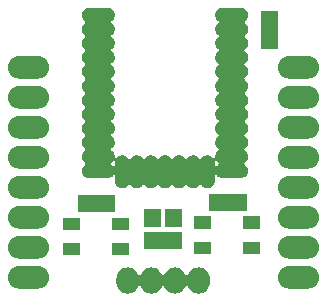
<source format=gts>
G04 #@! TF.GenerationSoftware,KiCad,Pcbnew,(5.1.0)-1*
G04 #@! TF.CreationDate,2019-05-23T22:12:48+09:00*
G04 #@! TF.ProjectId,ble5,626c6535-2e6b-4696-9361-645f70636258,v1.4*
G04 #@! TF.SameCoordinates,Original*
G04 #@! TF.FileFunction,Soldermask,Top*
G04 #@! TF.FilePolarity,Negative*
%FSLAX46Y46*%
G04 Gerber Fmt 4.6, Leading zero omitted, Abs format (unit mm)*
G04 Created by KiCad (PCBNEW (5.1.0)-1) date 2019-05-23 22:12:48*
%MOMM*%
%LPD*%
G04 APERTURE LIST*
%ADD10C,0.050000*%
G04 APERTURE END LIST*
D10*
G36*
X128888583Y-61413919D02*
G01*
X129069925Y-61468929D01*
X129237043Y-61558256D01*
X129383528Y-61678472D01*
X129503744Y-61824957D01*
X129593071Y-61992076D01*
X129648081Y-62173418D01*
X129662000Y-62314744D01*
X129662000Y-62685257D01*
X129648081Y-62826583D01*
X129593071Y-63007925D01*
X129503744Y-63175043D01*
X129383528Y-63321528D01*
X129237043Y-63441744D01*
X129069924Y-63531071D01*
X128888582Y-63586081D01*
X128700000Y-63604654D01*
X128511417Y-63586081D01*
X128330075Y-63531071D01*
X128162957Y-63441744D01*
X128016472Y-63321528D01*
X127896256Y-63175043D01*
X127810239Y-63014117D01*
X127796626Y-62993742D01*
X127779299Y-62976415D01*
X127758924Y-62962802D01*
X127736285Y-62953424D01*
X127712252Y-62948644D01*
X127687748Y-62948644D01*
X127663715Y-62953424D01*
X127641076Y-62962802D01*
X127620701Y-62976415D01*
X127603374Y-62993742D01*
X127589761Y-63014117D01*
X127503744Y-63175043D01*
X127383528Y-63321528D01*
X127237043Y-63441744D01*
X127069924Y-63531071D01*
X126888582Y-63586081D01*
X126700000Y-63604654D01*
X126511417Y-63586081D01*
X126330075Y-63531071D01*
X126162957Y-63441744D01*
X126016472Y-63321528D01*
X125896256Y-63175043D01*
X125810239Y-63014117D01*
X125796626Y-62993742D01*
X125779299Y-62976415D01*
X125758924Y-62962802D01*
X125736285Y-62953424D01*
X125712252Y-62948644D01*
X125687748Y-62948644D01*
X125663715Y-62953424D01*
X125641076Y-62962802D01*
X125620701Y-62976415D01*
X125603374Y-62993742D01*
X125589761Y-63014117D01*
X125503744Y-63175043D01*
X125383528Y-63321528D01*
X125237043Y-63441744D01*
X125069924Y-63531071D01*
X124888582Y-63586081D01*
X124700000Y-63604654D01*
X124511417Y-63586081D01*
X124330075Y-63531071D01*
X124162957Y-63441744D01*
X124016472Y-63321528D01*
X123896256Y-63175043D01*
X123810239Y-63014117D01*
X123796626Y-62993742D01*
X123779299Y-62976415D01*
X123758924Y-62962802D01*
X123736285Y-62953424D01*
X123712252Y-62948644D01*
X123687748Y-62948644D01*
X123663715Y-62953424D01*
X123641076Y-62962802D01*
X123620701Y-62976415D01*
X123603374Y-62993742D01*
X123589761Y-63014117D01*
X123503744Y-63175043D01*
X123383528Y-63321528D01*
X123237043Y-63441744D01*
X123069924Y-63531071D01*
X122888582Y-63586081D01*
X122700000Y-63604654D01*
X122511417Y-63586081D01*
X122330075Y-63531071D01*
X122162957Y-63441744D01*
X122016472Y-63321528D01*
X121896256Y-63175043D01*
X121806929Y-63007924D01*
X121751919Y-62826582D01*
X121738000Y-62685256D01*
X121738000Y-62314743D01*
X121751919Y-62173417D01*
X121806929Y-61992075D01*
X121896256Y-61824957D01*
X121917814Y-61798689D01*
X122016473Y-61678472D01*
X122162957Y-61558257D01*
X122162956Y-61558257D01*
X122162958Y-61558256D01*
X122330076Y-61468929D01*
X122511418Y-61413919D01*
X122700000Y-61395346D01*
X122888583Y-61413919D01*
X123069925Y-61468929D01*
X123237043Y-61558256D01*
X123383528Y-61678472D01*
X123503744Y-61824957D01*
X123589761Y-61985883D01*
X123603374Y-62006258D01*
X123620701Y-62023585D01*
X123641076Y-62037198D01*
X123663715Y-62046576D01*
X123687748Y-62051356D01*
X123712252Y-62051356D01*
X123736285Y-62046576D01*
X123758924Y-62037198D01*
X123779299Y-62023585D01*
X123796626Y-62006258D01*
X123810239Y-61985883D01*
X123896256Y-61824957D01*
X123917814Y-61798689D01*
X124016473Y-61678472D01*
X124162957Y-61558257D01*
X124162956Y-61558257D01*
X124162958Y-61558256D01*
X124330076Y-61468929D01*
X124511418Y-61413919D01*
X124700000Y-61395346D01*
X124888583Y-61413919D01*
X125069925Y-61468929D01*
X125237043Y-61558256D01*
X125383528Y-61678472D01*
X125503744Y-61824957D01*
X125589761Y-61985883D01*
X125603374Y-62006258D01*
X125620701Y-62023585D01*
X125641076Y-62037198D01*
X125663715Y-62046576D01*
X125687748Y-62051356D01*
X125712252Y-62051356D01*
X125736285Y-62046576D01*
X125758924Y-62037198D01*
X125779299Y-62023585D01*
X125796626Y-62006258D01*
X125810239Y-61985883D01*
X125896256Y-61824957D01*
X125917814Y-61798689D01*
X126016473Y-61678472D01*
X126162957Y-61558257D01*
X126162956Y-61558257D01*
X126162958Y-61558256D01*
X126330076Y-61468929D01*
X126511418Y-61413919D01*
X126700000Y-61395346D01*
X126888583Y-61413919D01*
X127069925Y-61468929D01*
X127237043Y-61558256D01*
X127383528Y-61678472D01*
X127503744Y-61824957D01*
X127589761Y-61985883D01*
X127603374Y-62006258D01*
X127620701Y-62023585D01*
X127641076Y-62037198D01*
X127663715Y-62046576D01*
X127687748Y-62051356D01*
X127712252Y-62051356D01*
X127736285Y-62046576D01*
X127758924Y-62037198D01*
X127779299Y-62023585D01*
X127796626Y-62006258D01*
X127810239Y-61985883D01*
X127896256Y-61824957D01*
X127917814Y-61798689D01*
X128016473Y-61678472D01*
X128162957Y-61558257D01*
X128162956Y-61558257D01*
X128162958Y-61558256D01*
X128330076Y-61468929D01*
X128511418Y-61413919D01*
X128700000Y-61395346D01*
X128888583Y-61413919D01*
X128888583Y-61413919D01*
G37*
G36*
X138110583Y-61281919D02*
G01*
X138291925Y-61336929D01*
X138459043Y-61426256D01*
X138605528Y-61546472D01*
X138725744Y-61692957D01*
X138815071Y-61860075D01*
X138870081Y-62041417D01*
X138888654Y-62230000D01*
X138870081Y-62418583D01*
X138815071Y-62599925D01*
X138725744Y-62767043D01*
X138605528Y-62913528D01*
X138459043Y-63033744D01*
X138291925Y-63123071D01*
X138110583Y-63178081D01*
X137969257Y-63192000D01*
X136350743Y-63192000D01*
X136209417Y-63178081D01*
X136028075Y-63123071D01*
X135860957Y-63033744D01*
X135714472Y-62913528D01*
X135594256Y-62767043D01*
X135504929Y-62599925D01*
X135449919Y-62418583D01*
X135431346Y-62230000D01*
X135449919Y-62041417D01*
X135504929Y-61860075D01*
X135594256Y-61692957D01*
X135714472Y-61546472D01*
X135860957Y-61426256D01*
X136028075Y-61336929D01*
X136209417Y-61281919D01*
X136350743Y-61268000D01*
X137969257Y-61268000D01*
X138110583Y-61281919D01*
X138110583Y-61281919D01*
G37*
G36*
X115250583Y-61281919D02*
G01*
X115431925Y-61336929D01*
X115599043Y-61426256D01*
X115745528Y-61546472D01*
X115865744Y-61692957D01*
X115955071Y-61860075D01*
X116010081Y-62041417D01*
X116028654Y-62230000D01*
X116010081Y-62418583D01*
X115955071Y-62599925D01*
X115865744Y-62767043D01*
X115745528Y-62913528D01*
X115599043Y-63033744D01*
X115431925Y-63123071D01*
X115250583Y-63178081D01*
X115109257Y-63192000D01*
X113490743Y-63192000D01*
X113349417Y-63178081D01*
X113168075Y-63123071D01*
X113000957Y-63033744D01*
X112854472Y-62913528D01*
X112734256Y-62767043D01*
X112644929Y-62599925D01*
X112589919Y-62418583D01*
X112571346Y-62230000D01*
X112589919Y-62041417D01*
X112644929Y-61860075D01*
X112734256Y-61692957D01*
X112854472Y-61546472D01*
X113000957Y-61426256D01*
X113168075Y-61336929D01*
X113349417Y-61281919D01*
X113490743Y-61268000D01*
X115109257Y-61268000D01*
X115250583Y-61281919D01*
X115250583Y-61281919D01*
G37*
G36*
X138110583Y-58741919D02*
G01*
X138291925Y-58796929D01*
X138459043Y-58886256D01*
X138605528Y-59006472D01*
X138725744Y-59152957D01*
X138815071Y-59320075D01*
X138870081Y-59501417D01*
X138888654Y-59690000D01*
X138870081Y-59878583D01*
X138815071Y-60059925D01*
X138725744Y-60227043D01*
X138605528Y-60373528D01*
X138459043Y-60493744D01*
X138291925Y-60583071D01*
X138110583Y-60638081D01*
X137969257Y-60652000D01*
X136350743Y-60652000D01*
X136209417Y-60638081D01*
X136028075Y-60583071D01*
X135860957Y-60493744D01*
X135714472Y-60373528D01*
X135594256Y-60227043D01*
X135504929Y-60059925D01*
X135449919Y-59878583D01*
X135431346Y-59690000D01*
X135449919Y-59501417D01*
X135504929Y-59320075D01*
X135594256Y-59152957D01*
X135714472Y-59006472D01*
X135860957Y-58886256D01*
X136028075Y-58796929D01*
X136209417Y-58741919D01*
X136350743Y-58728000D01*
X137969257Y-58728000D01*
X138110583Y-58741919D01*
X138110583Y-58741919D01*
G37*
G36*
X115250583Y-58741919D02*
G01*
X115431925Y-58796929D01*
X115599043Y-58886256D01*
X115745528Y-59006472D01*
X115865744Y-59152957D01*
X115955071Y-59320075D01*
X116010081Y-59501417D01*
X116028654Y-59690000D01*
X116010081Y-59878583D01*
X115955071Y-60059925D01*
X115865744Y-60227043D01*
X115745528Y-60373528D01*
X115599043Y-60493744D01*
X115431925Y-60583071D01*
X115250583Y-60638081D01*
X115109257Y-60652000D01*
X113490743Y-60652000D01*
X113349417Y-60638081D01*
X113168075Y-60583071D01*
X113000957Y-60493744D01*
X112854472Y-60373528D01*
X112734256Y-60227043D01*
X112644929Y-60059925D01*
X112589919Y-59878583D01*
X112571346Y-59690000D01*
X112589919Y-59501417D01*
X112644929Y-59320075D01*
X112734256Y-59152957D01*
X112854472Y-59006472D01*
X113000957Y-58886256D01*
X113168075Y-58796929D01*
X113349417Y-58741919D01*
X113490743Y-58728000D01*
X115109257Y-58728000D01*
X115250583Y-58741919D01*
X115250583Y-58741919D01*
G37*
G36*
X122825000Y-60375000D02*
G01*
X121375000Y-60375000D01*
X121375000Y-59325000D01*
X122825000Y-59325000D01*
X122825000Y-60375000D01*
X122825000Y-60375000D01*
G37*
G36*
X118675000Y-60375000D02*
G01*
X117225000Y-60375000D01*
X117225000Y-59325000D01*
X118675000Y-59325000D01*
X118675000Y-60375000D01*
X118675000Y-60375000D01*
G37*
G36*
X133925000Y-60275000D02*
G01*
X132475000Y-60275000D01*
X132475000Y-59225000D01*
X133925000Y-59225000D01*
X133925000Y-60275000D01*
X133925000Y-60275000D01*
G37*
G36*
X129775000Y-60275000D02*
G01*
X128325000Y-60275000D01*
X128325000Y-59225000D01*
X129775000Y-59225000D01*
X129775000Y-60275000D01*
X129775000Y-60275000D01*
G37*
G36*
X127300000Y-59800000D02*
G01*
X124100000Y-59800000D01*
X124100000Y-58400000D01*
X127300000Y-58400000D01*
X127300000Y-59800000D01*
X127300000Y-59800000D01*
G37*
G36*
X118675000Y-58225000D02*
G01*
X117225000Y-58225000D01*
X117225000Y-57175000D01*
X118675000Y-57175000D01*
X118675000Y-58225000D01*
X118675000Y-58225000D01*
G37*
G36*
X122825000Y-58225000D02*
G01*
X121375000Y-58225000D01*
X121375000Y-57175000D01*
X122825000Y-57175000D01*
X122825000Y-58225000D01*
X122825000Y-58225000D01*
G37*
G36*
X133925000Y-58125000D02*
G01*
X132475000Y-58125000D01*
X132475000Y-57075000D01*
X133925000Y-57075000D01*
X133925000Y-58125000D01*
X133925000Y-58125000D01*
G37*
G36*
X129775000Y-58125000D02*
G01*
X128325000Y-58125000D01*
X128325000Y-57075000D01*
X129775000Y-57075000D01*
X129775000Y-58125000D01*
X129775000Y-58125000D01*
G37*
G36*
X138110583Y-56201919D02*
G01*
X138291925Y-56256929D01*
X138459043Y-56346256D01*
X138605528Y-56466472D01*
X138725744Y-56612957D01*
X138815071Y-56780075D01*
X138870081Y-56961417D01*
X138888654Y-57150000D01*
X138870081Y-57338583D01*
X138815071Y-57519925D01*
X138725744Y-57687043D01*
X138605528Y-57833528D01*
X138459043Y-57953744D01*
X138291925Y-58043071D01*
X138110583Y-58098081D01*
X137969257Y-58112000D01*
X136350743Y-58112000D01*
X136209417Y-58098081D01*
X136028075Y-58043071D01*
X135860957Y-57953744D01*
X135714472Y-57833528D01*
X135594256Y-57687043D01*
X135504929Y-57519925D01*
X135449919Y-57338583D01*
X135431346Y-57150000D01*
X135449919Y-56961417D01*
X135504929Y-56780075D01*
X135594256Y-56612957D01*
X135714472Y-56466472D01*
X135860957Y-56346256D01*
X136028075Y-56256929D01*
X136209417Y-56201919D01*
X136350743Y-56188000D01*
X137969257Y-56188000D01*
X138110583Y-56201919D01*
X138110583Y-56201919D01*
G37*
G36*
X115250583Y-56201919D02*
G01*
X115431925Y-56256929D01*
X115599043Y-56346256D01*
X115745528Y-56466472D01*
X115865744Y-56612957D01*
X115955071Y-56780075D01*
X116010081Y-56961417D01*
X116028654Y-57150000D01*
X116010081Y-57338583D01*
X115955071Y-57519925D01*
X115865744Y-57687043D01*
X115745528Y-57833528D01*
X115599043Y-57953744D01*
X115431925Y-58043071D01*
X115250583Y-58098081D01*
X115109257Y-58112000D01*
X113490743Y-58112000D01*
X113349417Y-58098081D01*
X113168075Y-58043071D01*
X113000957Y-57953744D01*
X112854472Y-57833528D01*
X112734256Y-57687043D01*
X112644929Y-57519925D01*
X112589919Y-57338583D01*
X112571346Y-57150000D01*
X112589919Y-56961417D01*
X112644929Y-56780075D01*
X112734256Y-56612957D01*
X112854472Y-56466472D01*
X113000957Y-56346256D01*
X113168075Y-56256929D01*
X113349417Y-56201919D01*
X113490743Y-56188000D01*
X115109257Y-56188000D01*
X115250583Y-56201919D01*
X115250583Y-56201919D01*
G37*
G36*
X127298270Y-57939750D02*
G01*
X125849250Y-57939750D01*
X125849250Y-56460250D01*
X127298270Y-56460250D01*
X127298270Y-57939750D01*
X127298270Y-57939750D01*
G37*
G36*
X125550750Y-57939750D02*
G01*
X124101730Y-57939750D01*
X124101730Y-56460250D01*
X125550750Y-56460250D01*
X125550750Y-57939750D01*
X125550750Y-57939750D01*
G37*
G36*
X121650000Y-56700000D02*
G01*
X118450000Y-56700000D01*
X118450000Y-55300000D01*
X121650000Y-55300000D01*
X121650000Y-56700000D01*
X121650000Y-56700000D01*
G37*
G36*
X132800000Y-56600000D02*
G01*
X129600000Y-56600000D01*
X129600000Y-55200000D01*
X132800000Y-55200000D01*
X132800000Y-56600000D01*
X132800000Y-56600000D01*
G37*
G36*
X138110583Y-53661919D02*
G01*
X138291925Y-53716929D01*
X138459043Y-53806256D01*
X138605528Y-53926472D01*
X138725744Y-54072957D01*
X138815071Y-54240075D01*
X138870081Y-54421417D01*
X138888654Y-54610000D01*
X138870081Y-54798583D01*
X138815071Y-54979925D01*
X138725744Y-55147043D01*
X138605528Y-55293528D01*
X138459043Y-55413744D01*
X138291925Y-55503071D01*
X138110583Y-55558081D01*
X137969257Y-55572000D01*
X136350743Y-55572000D01*
X136209417Y-55558081D01*
X136028075Y-55503071D01*
X135860957Y-55413744D01*
X135714472Y-55293528D01*
X135594256Y-55147043D01*
X135504929Y-54979925D01*
X135449919Y-54798583D01*
X135431346Y-54610000D01*
X135449919Y-54421417D01*
X135504929Y-54240075D01*
X135594256Y-54072957D01*
X135714472Y-53926472D01*
X135860957Y-53806256D01*
X136028075Y-53716929D01*
X136209417Y-53661919D01*
X136350743Y-53648000D01*
X137969257Y-53648000D01*
X138110583Y-53661919D01*
X138110583Y-53661919D01*
G37*
G36*
X115250583Y-53661919D02*
G01*
X115431925Y-53716929D01*
X115599043Y-53806256D01*
X115745528Y-53926472D01*
X115865744Y-54072957D01*
X115955071Y-54240075D01*
X116010081Y-54421417D01*
X116028654Y-54610000D01*
X116010081Y-54798583D01*
X115955071Y-54979925D01*
X115865744Y-55147043D01*
X115745528Y-55293528D01*
X115599043Y-55413744D01*
X115431925Y-55503071D01*
X115250583Y-55558081D01*
X115109257Y-55572000D01*
X113490743Y-55572000D01*
X113349417Y-55558081D01*
X113168075Y-55503071D01*
X113000957Y-55413744D01*
X112854472Y-55293528D01*
X112734256Y-55147043D01*
X112644929Y-54979925D01*
X112589919Y-54798583D01*
X112571346Y-54610000D01*
X112589919Y-54421417D01*
X112644929Y-54240075D01*
X112734256Y-54072957D01*
X112854472Y-53926472D01*
X113000957Y-53806256D01*
X113168075Y-53716929D01*
X113349417Y-53661919D01*
X113490743Y-53648000D01*
X115109257Y-53648000D01*
X115250583Y-53661919D01*
X115250583Y-53661919D01*
G37*
G36*
X121117621Y-39408682D02*
G01*
X121230721Y-39442990D01*
X121334955Y-39498704D01*
X121426317Y-39573683D01*
X121501296Y-39665045D01*
X121557010Y-39769279D01*
X121591318Y-39882379D01*
X121602903Y-40000000D01*
X121591318Y-40117621D01*
X121557010Y-40230721D01*
X121501296Y-40334955D01*
X121426317Y-40426317D01*
X121334955Y-40501296D01*
X121334950Y-40501299D01*
X121332421Y-40503374D01*
X121315094Y-40520701D01*
X121301480Y-40541075D01*
X121292103Y-40563714D01*
X121287322Y-40587747D01*
X121287322Y-40612251D01*
X121292102Y-40636285D01*
X121301479Y-40658924D01*
X121315093Y-40679298D01*
X121332421Y-40696626D01*
X121334950Y-40698701D01*
X121334955Y-40698704D01*
X121426317Y-40773683D01*
X121501296Y-40865045D01*
X121557010Y-40969279D01*
X121591318Y-41082379D01*
X121602903Y-41200000D01*
X121591318Y-41317621D01*
X121557010Y-41430721D01*
X121501296Y-41534955D01*
X121426317Y-41626317D01*
X121334955Y-41701296D01*
X121334950Y-41701299D01*
X121332421Y-41703374D01*
X121315094Y-41720701D01*
X121301480Y-41741075D01*
X121292103Y-41763714D01*
X121287322Y-41787747D01*
X121287322Y-41812251D01*
X121292102Y-41836285D01*
X121301479Y-41858924D01*
X121315093Y-41879298D01*
X121332421Y-41896626D01*
X121334950Y-41898701D01*
X121334955Y-41898704D01*
X121426317Y-41973683D01*
X121501296Y-42065045D01*
X121557010Y-42169279D01*
X121591318Y-42282379D01*
X121602903Y-42400000D01*
X121591318Y-42517621D01*
X121557010Y-42630721D01*
X121501296Y-42734955D01*
X121426317Y-42826317D01*
X121334955Y-42901296D01*
X121334950Y-42901299D01*
X121332421Y-42903374D01*
X121315094Y-42920701D01*
X121301480Y-42941075D01*
X121292103Y-42963714D01*
X121287322Y-42987747D01*
X121287322Y-43012251D01*
X121292102Y-43036285D01*
X121301479Y-43058924D01*
X121315093Y-43079298D01*
X121332421Y-43096626D01*
X121334950Y-43098701D01*
X121334955Y-43098704D01*
X121426317Y-43173683D01*
X121501296Y-43265045D01*
X121557010Y-43369279D01*
X121591318Y-43482379D01*
X121602903Y-43600000D01*
X121591318Y-43717621D01*
X121557010Y-43830721D01*
X121501296Y-43934955D01*
X121426317Y-44026317D01*
X121334955Y-44101296D01*
X121334950Y-44101299D01*
X121332421Y-44103374D01*
X121315094Y-44120701D01*
X121301480Y-44141075D01*
X121292103Y-44163714D01*
X121287322Y-44187747D01*
X121287322Y-44212251D01*
X121292102Y-44236285D01*
X121301479Y-44258924D01*
X121315093Y-44279298D01*
X121332421Y-44296626D01*
X121334950Y-44298701D01*
X121334955Y-44298704D01*
X121426317Y-44373683D01*
X121501296Y-44465045D01*
X121557010Y-44569279D01*
X121591318Y-44682379D01*
X121602903Y-44800000D01*
X121591318Y-44917621D01*
X121557010Y-45030721D01*
X121501296Y-45134955D01*
X121426317Y-45226317D01*
X121334955Y-45301296D01*
X121334950Y-45301299D01*
X121332421Y-45303374D01*
X121315094Y-45320701D01*
X121301480Y-45341075D01*
X121292103Y-45363714D01*
X121287322Y-45387747D01*
X121287322Y-45412251D01*
X121292102Y-45436285D01*
X121301479Y-45458924D01*
X121315093Y-45479298D01*
X121332421Y-45496626D01*
X121334950Y-45498701D01*
X121334955Y-45498704D01*
X121426317Y-45573683D01*
X121501296Y-45665045D01*
X121557010Y-45769279D01*
X121591318Y-45882379D01*
X121602903Y-46000000D01*
X121591318Y-46117621D01*
X121557010Y-46230721D01*
X121501296Y-46334955D01*
X121426317Y-46426317D01*
X121334955Y-46501296D01*
X121334950Y-46501299D01*
X121332421Y-46503374D01*
X121315094Y-46520701D01*
X121301480Y-46541075D01*
X121292103Y-46563714D01*
X121287322Y-46587747D01*
X121287322Y-46612251D01*
X121292102Y-46636285D01*
X121301479Y-46658924D01*
X121315093Y-46679298D01*
X121332421Y-46696626D01*
X121334950Y-46698701D01*
X121334955Y-46698704D01*
X121426317Y-46773683D01*
X121501296Y-46865045D01*
X121557010Y-46969279D01*
X121591318Y-47082379D01*
X121602903Y-47200000D01*
X121591318Y-47317621D01*
X121557010Y-47430721D01*
X121501296Y-47534955D01*
X121426317Y-47626317D01*
X121334955Y-47701296D01*
X121334950Y-47701299D01*
X121332421Y-47703374D01*
X121315094Y-47720701D01*
X121301480Y-47741075D01*
X121292103Y-47763714D01*
X121287322Y-47787747D01*
X121287322Y-47812251D01*
X121292102Y-47836285D01*
X121301479Y-47858924D01*
X121315093Y-47879298D01*
X121332421Y-47896626D01*
X121334950Y-47898701D01*
X121334955Y-47898704D01*
X121426317Y-47973683D01*
X121501296Y-48065045D01*
X121557010Y-48169279D01*
X121591318Y-48282379D01*
X121602903Y-48400000D01*
X121591318Y-48517621D01*
X121557010Y-48630721D01*
X121501296Y-48734955D01*
X121426317Y-48826317D01*
X121334955Y-48901296D01*
X121334950Y-48901299D01*
X121332421Y-48903374D01*
X121315094Y-48920701D01*
X121301480Y-48941075D01*
X121292103Y-48963714D01*
X121287322Y-48987747D01*
X121287322Y-49012251D01*
X121292102Y-49036285D01*
X121301479Y-49058924D01*
X121315093Y-49079298D01*
X121332421Y-49096626D01*
X121334950Y-49098701D01*
X121334955Y-49098704D01*
X121426317Y-49173683D01*
X121501296Y-49265045D01*
X121557010Y-49369279D01*
X121591318Y-49482379D01*
X121602903Y-49600000D01*
X121591318Y-49717621D01*
X121557010Y-49830721D01*
X121501296Y-49934955D01*
X121426317Y-50026317D01*
X121334955Y-50101296D01*
X121334950Y-50101299D01*
X121332421Y-50103374D01*
X121315094Y-50120701D01*
X121301480Y-50141075D01*
X121292103Y-50163714D01*
X121287322Y-50187747D01*
X121287322Y-50212251D01*
X121292102Y-50236285D01*
X121301479Y-50258924D01*
X121315093Y-50279298D01*
X121332421Y-50296626D01*
X121334950Y-50298701D01*
X121334955Y-50298704D01*
X121426317Y-50373683D01*
X121501296Y-50465045D01*
X121557010Y-50569279D01*
X121591318Y-50682379D01*
X121602903Y-50800000D01*
X121591318Y-50917621D01*
X121557010Y-51030721D01*
X121501296Y-51134955D01*
X121426317Y-51226317D01*
X121334955Y-51301296D01*
X121334950Y-51301299D01*
X121332421Y-51303374D01*
X121315094Y-51320701D01*
X121301480Y-51341075D01*
X121292103Y-51363714D01*
X121287322Y-51387747D01*
X121287322Y-51412251D01*
X121292102Y-51436285D01*
X121301479Y-51458924D01*
X121315093Y-51479298D01*
X121332421Y-51496626D01*
X121334950Y-51498701D01*
X121334955Y-51498704D01*
X121426317Y-51573683D01*
X121501296Y-51665045D01*
X121557010Y-51769279D01*
X121591318Y-51882379D01*
X121602903Y-52000000D01*
X121602903Y-52000004D01*
X121603460Y-52005664D01*
X121608240Y-52029697D01*
X121617618Y-52052336D01*
X121631231Y-52072710D01*
X121648558Y-52090037D01*
X121668933Y-52103651D01*
X121691572Y-52113029D01*
X121715605Y-52117809D01*
X121740109Y-52117809D01*
X121764142Y-52113029D01*
X121786781Y-52103651D01*
X121807155Y-52090038D01*
X121822710Y-52074483D01*
X121823679Y-52073688D01*
X121823683Y-52073683D01*
X121915045Y-51998704D01*
X122019279Y-51942990D01*
X122132379Y-51908682D01*
X122250000Y-51897097D01*
X122367620Y-51908682D01*
X122480720Y-51942990D01*
X122584954Y-51998704D01*
X122676317Y-52073683D01*
X122751296Y-52165045D01*
X122751299Y-52165050D01*
X122753375Y-52167580D01*
X122770702Y-52184907D01*
X122791076Y-52198520D01*
X122813715Y-52207898D01*
X122837748Y-52212678D01*
X122862252Y-52212678D01*
X122886285Y-52207898D01*
X122908924Y-52198520D01*
X122929299Y-52184906D01*
X122946626Y-52167580D01*
X122948701Y-52165052D01*
X122948704Y-52165046D01*
X123023683Y-52073683D01*
X123115045Y-51998704D01*
X123219279Y-51942990D01*
X123332379Y-51908682D01*
X123450000Y-51897097D01*
X123567620Y-51908682D01*
X123680720Y-51942990D01*
X123784954Y-51998704D01*
X123876317Y-52073683D01*
X123951296Y-52165045D01*
X123951299Y-52165050D01*
X123953375Y-52167580D01*
X123970702Y-52184907D01*
X123991076Y-52198520D01*
X124013715Y-52207898D01*
X124037748Y-52212678D01*
X124062252Y-52212678D01*
X124086285Y-52207898D01*
X124108924Y-52198520D01*
X124129299Y-52184906D01*
X124146626Y-52167580D01*
X124148701Y-52165052D01*
X124148704Y-52165046D01*
X124223683Y-52073683D01*
X124315045Y-51998704D01*
X124419279Y-51942990D01*
X124532379Y-51908682D01*
X124650000Y-51897097D01*
X124767620Y-51908682D01*
X124880720Y-51942990D01*
X124984954Y-51998704D01*
X125076317Y-52073683D01*
X125151296Y-52165045D01*
X125151299Y-52165050D01*
X125153375Y-52167580D01*
X125170702Y-52184907D01*
X125191076Y-52198520D01*
X125213715Y-52207898D01*
X125237748Y-52212678D01*
X125262252Y-52212678D01*
X125286285Y-52207898D01*
X125308924Y-52198520D01*
X125329299Y-52184906D01*
X125346626Y-52167580D01*
X125348701Y-52165052D01*
X125348704Y-52165046D01*
X125423683Y-52073683D01*
X125515045Y-51998704D01*
X125619279Y-51942990D01*
X125732379Y-51908682D01*
X125850000Y-51897097D01*
X125967620Y-51908682D01*
X126080720Y-51942990D01*
X126184954Y-51998704D01*
X126276317Y-52073683D01*
X126351296Y-52165045D01*
X126351299Y-52165050D01*
X126353375Y-52167580D01*
X126370702Y-52184907D01*
X126391076Y-52198520D01*
X126413715Y-52207898D01*
X126437748Y-52212678D01*
X126462252Y-52212678D01*
X126486285Y-52207898D01*
X126508924Y-52198520D01*
X126529299Y-52184906D01*
X126546626Y-52167580D01*
X126548701Y-52165052D01*
X126548704Y-52165046D01*
X126623683Y-52073683D01*
X126715045Y-51998704D01*
X126819279Y-51942990D01*
X126932379Y-51908682D01*
X127050000Y-51897097D01*
X127167620Y-51908682D01*
X127280720Y-51942990D01*
X127384954Y-51998704D01*
X127476317Y-52073683D01*
X127551296Y-52165045D01*
X127551299Y-52165050D01*
X127553375Y-52167580D01*
X127570702Y-52184907D01*
X127591076Y-52198520D01*
X127613715Y-52207898D01*
X127637748Y-52212678D01*
X127662252Y-52212678D01*
X127686285Y-52207898D01*
X127708924Y-52198520D01*
X127729299Y-52184906D01*
X127746626Y-52167580D01*
X127748701Y-52165052D01*
X127748704Y-52165046D01*
X127823683Y-52073683D01*
X127915045Y-51998704D01*
X128019279Y-51942990D01*
X128132379Y-51908682D01*
X128250000Y-51897097D01*
X128367620Y-51908682D01*
X128480720Y-51942990D01*
X128584954Y-51998704D01*
X128676317Y-52073683D01*
X128751296Y-52165045D01*
X128751299Y-52165050D01*
X128753375Y-52167580D01*
X128770702Y-52184907D01*
X128791076Y-52198520D01*
X128813715Y-52207898D01*
X128837748Y-52212678D01*
X128862252Y-52212678D01*
X128886285Y-52207898D01*
X128908924Y-52198520D01*
X128929299Y-52184906D01*
X128946626Y-52167580D01*
X128948701Y-52165052D01*
X128948704Y-52165046D01*
X129023683Y-52073683D01*
X129115045Y-51998704D01*
X129219279Y-51942990D01*
X129332379Y-51908682D01*
X129450000Y-51897097D01*
X129567620Y-51908682D01*
X129680720Y-51942990D01*
X129784954Y-51998704D01*
X129876317Y-52073683D01*
X129876321Y-52073688D01*
X129877290Y-52074483D01*
X129892845Y-52090038D01*
X129913220Y-52103652D01*
X129935859Y-52113029D01*
X129959892Y-52117809D01*
X129984396Y-52117809D01*
X130008429Y-52113028D01*
X130031068Y-52103651D01*
X130051442Y-52090037D01*
X130068769Y-52072710D01*
X130082383Y-52052335D01*
X130091760Y-52029696D01*
X130096540Y-52005664D01*
X130097097Y-52000004D01*
X130097097Y-52000000D01*
X130108682Y-51882379D01*
X130142990Y-51769279D01*
X130198704Y-51665045D01*
X130273683Y-51573683D01*
X130365045Y-51498704D01*
X130365050Y-51498701D01*
X130367579Y-51496626D01*
X130384906Y-51479299D01*
X130398520Y-51458925D01*
X130407897Y-51436286D01*
X130412678Y-51412253D01*
X130412678Y-51387749D01*
X130407898Y-51363715D01*
X130398521Y-51341076D01*
X130384907Y-51320702D01*
X130367579Y-51303374D01*
X130365050Y-51301299D01*
X130365045Y-51301296D01*
X130273683Y-51226317D01*
X130198704Y-51134955D01*
X130142990Y-51030721D01*
X130108682Y-50917621D01*
X130097097Y-50800000D01*
X130108682Y-50682379D01*
X130142990Y-50569279D01*
X130198704Y-50465045D01*
X130273683Y-50373683D01*
X130365045Y-50298704D01*
X130365050Y-50298701D01*
X130367579Y-50296626D01*
X130384906Y-50279299D01*
X130398520Y-50258925D01*
X130407897Y-50236286D01*
X130412678Y-50212253D01*
X130412678Y-50187749D01*
X130407898Y-50163715D01*
X130398521Y-50141076D01*
X130384907Y-50120702D01*
X130367579Y-50103374D01*
X130365050Y-50101299D01*
X130365045Y-50101296D01*
X130273683Y-50026317D01*
X130198704Y-49934955D01*
X130142990Y-49830721D01*
X130108682Y-49717621D01*
X130097097Y-49600000D01*
X130108682Y-49482379D01*
X130142990Y-49369279D01*
X130198704Y-49265045D01*
X130273683Y-49173683D01*
X130365045Y-49098704D01*
X130365050Y-49098701D01*
X130367579Y-49096626D01*
X130384906Y-49079299D01*
X130398520Y-49058925D01*
X130407897Y-49036286D01*
X130412678Y-49012253D01*
X130412678Y-48987749D01*
X130407898Y-48963715D01*
X130398521Y-48941076D01*
X130384907Y-48920702D01*
X130367579Y-48903374D01*
X130365050Y-48901299D01*
X130365045Y-48901296D01*
X130273683Y-48826317D01*
X130198704Y-48734955D01*
X130142990Y-48630721D01*
X130108682Y-48517621D01*
X130097097Y-48400000D01*
X130108682Y-48282379D01*
X130142990Y-48169279D01*
X130198704Y-48065045D01*
X130273683Y-47973683D01*
X130365045Y-47898704D01*
X130365050Y-47898701D01*
X130367579Y-47896626D01*
X130384906Y-47879299D01*
X130398520Y-47858925D01*
X130407897Y-47836286D01*
X130412678Y-47812253D01*
X130412678Y-47787749D01*
X130407898Y-47763715D01*
X130398521Y-47741076D01*
X130384907Y-47720702D01*
X130367579Y-47703374D01*
X130365050Y-47701299D01*
X130365045Y-47701296D01*
X130273683Y-47626317D01*
X130198704Y-47534955D01*
X130142990Y-47430721D01*
X130108682Y-47317621D01*
X130097097Y-47200000D01*
X130108682Y-47082379D01*
X130142990Y-46969279D01*
X130198704Y-46865045D01*
X130273683Y-46773683D01*
X130365045Y-46698704D01*
X130365050Y-46698701D01*
X130367579Y-46696626D01*
X130384906Y-46679299D01*
X130398520Y-46658925D01*
X130407897Y-46636286D01*
X130412678Y-46612253D01*
X130412678Y-46587749D01*
X130407898Y-46563715D01*
X130398521Y-46541076D01*
X130384907Y-46520702D01*
X130367579Y-46503374D01*
X130365050Y-46501299D01*
X130365045Y-46501296D01*
X130273683Y-46426317D01*
X130198704Y-46334955D01*
X130142990Y-46230721D01*
X130108682Y-46117621D01*
X130097097Y-46000000D01*
X130108682Y-45882379D01*
X130142990Y-45769279D01*
X130198704Y-45665045D01*
X130273683Y-45573683D01*
X130365045Y-45498704D01*
X130365050Y-45498701D01*
X130367579Y-45496626D01*
X130384906Y-45479299D01*
X130398520Y-45458925D01*
X130407897Y-45436286D01*
X130412678Y-45412253D01*
X130412678Y-45387749D01*
X130407898Y-45363715D01*
X130398521Y-45341076D01*
X130384907Y-45320702D01*
X130367579Y-45303374D01*
X130365050Y-45301299D01*
X130365045Y-45301296D01*
X130273683Y-45226317D01*
X130198704Y-45134955D01*
X130142990Y-45030721D01*
X130108682Y-44917621D01*
X130097097Y-44800000D01*
X130108682Y-44682379D01*
X130142990Y-44569279D01*
X130198704Y-44465045D01*
X130273683Y-44373683D01*
X130365045Y-44298704D01*
X130365050Y-44298701D01*
X130367579Y-44296626D01*
X130384906Y-44279299D01*
X130398520Y-44258925D01*
X130407897Y-44236286D01*
X130412678Y-44212253D01*
X130412678Y-44187749D01*
X130407898Y-44163715D01*
X130398521Y-44141076D01*
X130384907Y-44120702D01*
X130367579Y-44103374D01*
X130365050Y-44101299D01*
X130365045Y-44101296D01*
X130273683Y-44026317D01*
X130198704Y-43934955D01*
X130142990Y-43830721D01*
X130108682Y-43717621D01*
X130097097Y-43600000D01*
X130108682Y-43482379D01*
X130142990Y-43369279D01*
X130198704Y-43265045D01*
X130273683Y-43173683D01*
X130365045Y-43098704D01*
X130365050Y-43098701D01*
X130367579Y-43096626D01*
X130384906Y-43079299D01*
X130398520Y-43058925D01*
X130407897Y-43036286D01*
X130412678Y-43012253D01*
X130412678Y-42987749D01*
X130407898Y-42963715D01*
X130398521Y-42941076D01*
X130384907Y-42920702D01*
X130367579Y-42903374D01*
X130365050Y-42901299D01*
X130365045Y-42901296D01*
X130273683Y-42826317D01*
X130198704Y-42734955D01*
X130142990Y-42630721D01*
X130108682Y-42517621D01*
X130097097Y-42400000D01*
X130108682Y-42282379D01*
X130142990Y-42169279D01*
X130198704Y-42065045D01*
X130273683Y-41973683D01*
X130365045Y-41898704D01*
X130365050Y-41898701D01*
X130367579Y-41896626D01*
X130384906Y-41879299D01*
X130398520Y-41858925D01*
X130407897Y-41836286D01*
X130412678Y-41812253D01*
X130412678Y-41787749D01*
X130407898Y-41763715D01*
X130398521Y-41741076D01*
X130384907Y-41720702D01*
X130367579Y-41703374D01*
X130365050Y-41701299D01*
X130365045Y-41701296D01*
X130273683Y-41626317D01*
X130198704Y-41534955D01*
X130142990Y-41430721D01*
X130108682Y-41317621D01*
X130097097Y-41200000D01*
X130108682Y-41082379D01*
X130142990Y-40969279D01*
X130198704Y-40865045D01*
X130273683Y-40773683D01*
X130365045Y-40698704D01*
X130365050Y-40698701D01*
X130367579Y-40696626D01*
X130384906Y-40679299D01*
X130398520Y-40658925D01*
X130407897Y-40636286D01*
X130412678Y-40612253D01*
X130412678Y-40587749D01*
X130407898Y-40563715D01*
X130398521Y-40541076D01*
X130384907Y-40520702D01*
X130367579Y-40503374D01*
X130365050Y-40501299D01*
X130365045Y-40501296D01*
X130273683Y-40426317D01*
X130198704Y-40334955D01*
X130142990Y-40230721D01*
X130108682Y-40117621D01*
X130097097Y-40000000D01*
X130108682Y-39882379D01*
X130142990Y-39769279D01*
X130198704Y-39665045D01*
X130273683Y-39573683D01*
X130365045Y-39498704D01*
X130469279Y-39442990D01*
X130582379Y-39408682D01*
X130670526Y-39400000D01*
X132329474Y-39400000D01*
X132417621Y-39408682D01*
X132530721Y-39442990D01*
X132634955Y-39498704D01*
X132726317Y-39573683D01*
X132801296Y-39665045D01*
X132857010Y-39769279D01*
X132891318Y-39882379D01*
X132902903Y-40000000D01*
X132891318Y-40117621D01*
X132857010Y-40230721D01*
X132801296Y-40334955D01*
X132726317Y-40426317D01*
X132634955Y-40501296D01*
X132634950Y-40501299D01*
X132632421Y-40503374D01*
X132615094Y-40520701D01*
X132601480Y-40541075D01*
X132592103Y-40563714D01*
X132587322Y-40587747D01*
X132587322Y-40612251D01*
X132592102Y-40636285D01*
X132601479Y-40658924D01*
X132615093Y-40679298D01*
X132632421Y-40696626D01*
X132634950Y-40698701D01*
X132634955Y-40698704D01*
X132726317Y-40773683D01*
X132801296Y-40865045D01*
X132857010Y-40969279D01*
X132891318Y-41082379D01*
X132902903Y-41200000D01*
X132891318Y-41317621D01*
X132857010Y-41430721D01*
X132801296Y-41534955D01*
X132726317Y-41626317D01*
X132634955Y-41701296D01*
X132634950Y-41701299D01*
X132632421Y-41703374D01*
X132615094Y-41720701D01*
X132601480Y-41741075D01*
X132592103Y-41763714D01*
X132587322Y-41787747D01*
X132587322Y-41812251D01*
X132592102Y-41836285D01*
X132601479Y-41858924D01*
X132615093Y-41879298D01*
X132632421Y-41896626D01*
X132634950Y-41898701D01*
X132634955Y-41898704D01*
X132726317Y-41973683D01*
X132801296Y-42065045D01*
X132857010Y-42169279D01*
X132891318Y-42282379D01*
X132902903Y-42400000D01*
X132891318Y-42517621D01*
X132857010Y-42630721D01*
X132801296Y-42734955D01*
X132726317Y-42826317D01*
X132634955Y-42901296D01*
X132634950Y-42901299D01*
X132632421Y-42903374D01*
X132615094Y-42920701D01*
X132601480Y-42941075D01*
X132592103Y-42963714D01*
X132587322Y-42987747D01*
X132587322Y-43012251D01*
X132592102Y-43036285D01*
X132601479Y-43058924D01*
X132615093Y-43079298D01*
X132632421Y-43096626D01*
X132634950Y-43098701D01*
X132634955Y-43098704D01*
X132726317Y-43173683D01*
X132801296Y-43265045D01*
X132857010Y-43369279D01*
X132891318Y-43482379D01*
X132902903Y-43600000D01*
X132891318Y-43717621D01*
X132857010Y-43830721D01*
X132801296Y-43934955D01*
X132726317Y-44026317D01*
X132634955Y-44101296D01*
X132634950Y-44101299D01*
X132632421Y-44103374D01*
X132615094Y-44120701D01*
X132601480Y-44141075D01*
X132592103Y-44163714D01*
X132587322Y-44187747D01*
X132587322Y-44212251D01*
X132592102Y-44236285D01*
X132601479Y-44258924D01*
X132615093Y-44279298D01*
X132632421Y-44296626D01*
X132634950Y-44298701D01*
X132634955Y-44298704D01*
X132726317Y-44373683D01*
X132801296Y-44465045D01*
X132857010Y-44569279D01*
X132891318Y-44682379D01*
X132902903Y-44800000D01*
X132891318Y-44917621D01*
X132857010Y-45030721D01*
X132801296Y-45134955D01*
X132726317Y-45226317D01*
X132634955Y-45301296D01*
X132634950Y-45301299D01*
X132632421Y-45303374D01*
X132615094Y-45320701D01*
X132601480Y-45341075D01*
X132592103Y-45363714D01*
X132587322Y-45387747D01*
X132587322Y-45412251D01*
X132592102Y-45436285D01*
X132601479Y-45458924D01*
X132615093Y-45479298D01*
X132632421Y-45496626D01*
X132634950Y-45498701D01*
X132634955Y-45498704D01*
X132726317Y-45573683D01*
X132801296Y-45665045D01*
X132857010Y-45769279D01*
X132891318Y-45882379D01*
X132902903Y-46000000D01*
X132891318Y-46117621D01*
X132857010Y-46230721D01*
X132801296Y-46334955D01*
X132726317Y-46426317D01*
X132634955Y-46501296D01*
X132634950Y-46501299D01*
X132632421Y-46503374D01*
X132615094Y-46520701D01*
X132601480Y-46541075D01*
X132592103Y-46563714D01*
X132587322Y-46587747D01*
X132587322Y-46612251D01*
X132592102Y-46636285D01*
X132601479Y-46658924D01*
X132615093Y-46679298D01*
X132632421Y-46696626D01*
X132634950Y-46698701D01*
X132634955Y-46698704D01*
X132726317Y-46773683D01*
X132801296Y-46865045D01*
X132857010Y-46969279D01*
X132891318Y-47082379D01*
X132902903Y-47200000D01*
X132891318Y-47317621D01*
X132857010Y-47430721D01*
X132801296Y-47534955D01*
X132726317Y-47626317D01*
X132634955Y-47701296D01*
X132634950Y-47701299D01*
X132632421Y-47703374D01*
X132615094Y-47720701D01*
X132601480Y-47741075D01*
X132592103Y-47763714D01*
X132587322Y-47787747D01*
X132587322Y-47812251D01*
X132592102Y-47836285D01*
X132601479Y-47858924D01*
X132615093Y-47879298D01*
X132632421Y-47896626D01*
X132634950Y-47898701D01*
X132634955Y-47898704D01*
X132726317Y-47973683D01*
X132801296Y-48065045D01*
X132857010Y-48169279D01*
X132891318Y-48282379D01*
X132902903Y-48400000D01*
X132891318Y-48517621D01*
X132857010Y-48630721D01*
X132801296Y-48734955D01*
X132726317Y-48826317D01*
X132634955Y-48901296D01*
X132634950Y-48901299D01*
X132632421Y-48903374D01*
X132615094Y-48920701D01*
X132601480Y-48941075D01*
X132592103Y-48963714D01*
X132587322Y-48987747D01*
X132587322Y-49012251D01*
X132592102Y-49036285D01*
X132601479Y-49058924D01*
X132615093Y-49079298D01*
X132632421Y-49096626D01*
X132634950Y-49098701D01*
X132634955Y-49098704D01*
X132726317Y-49173683D01*
X132801296Y-49265045D01*
X132857010Y-49369279D01*
X132891318Y-49482379D01*
X132902903Y-49600000D01*
X132891318Y-49717621D01*
X132857010Y-49830721D01*
X132801296Y-49934955D01*
X132726317Y-50026317D01*
X132634955Y-50101296D01*
X132634950Y-50101299D01*
X132632421Y-50103374D01*
X132615094Y-50120701D01*
X132601480Y-50141075D01*
X132592103Y-50163714D01*
X132587322Y-50187747D01*
X132587322Y-50212251D01*
X132592102Y-50236285D01*
X132601479Y-50258924D01*
X132615093Y-50279298D01*
X132632421Y-50296626D01*
X132634950Y-50298701D01*
X132634955Y-50298704D01*
X132726317Y-50373683D01*
X132801296Y-50465045D01*
X132857010Y-50569279D01*
X132891318Y-50682379D01*
X132902903Y-50800000D01*
X132891318Y-50917621D01*
X132857010Y-51030721D01*
X132801296Y-51134955D01*
X132726317Y-51226317D01*
X132634955Y-51301296D01*
X132634950Y-51301299D01*
X132632421Y-51303374D01*
X132615094Y-51320701D01*
X132601480Y-51341075D01*
X132592103Y-51363714D01*
X132587322Y-51387747D01*
X132587322Y-51412251D01*
X132592102Y-51436285D01*
X132601479Y-51458924D01*
X132615093Y-51479298D01*
X132632421Y-51496626D01*
X132634950Y-51498701D01*
X132634955Y-51498704D01*
X132726317Y-51573683D01*
X132801296Y-51665045D01*
X132857010Y-51769279D01*
X132891318Y-51882379D01*
X132902903Y-52000000D01*
X132891318Y-52117621D01*
X132857010Y-52230721D01*
X132801296Y-52334955D01*
X132726317Y-52426317D01*
X132634955Y-52501296D01*
X132634950Y-52501299D01*
X132632421Y-52503374D01*
X132615094Y-52520701D01*
X132601480Y-52541075D01*
X132592103Y-52563714D01*
X132587322Y-52587747D01*
X132587322Y-52612251D01*
X132592102Y-52636285D01*
X132601479Y-52658924D01*
X132615093Y-52679298D01*
X132632421Y-52696626D01*
X132634950Y-52698701D01*
X132634955Y-52698704D01*
X132726317Y-52773683D01*
X132801296Y-52865045D01*
X132857010Y-52969279D01*
X132891318Y-53082379D01*
X132902903Y-53200000D01*
X132891318Y-53317621D01*
X132857010Y-53430721D01*
X132801296Y-53534955D01*
X132726317Y-53626317D01*
X132634955Y-53701296D01*
X132530721Y-53757010D01*
X132417621Y-53791318D01*
X132329474Y-53800000D01*
X130670526Y-53800000D01*
X130582379Y-53791318D01*
X130469279Y-53757010D01*
X130365045Y-53701296D01*
X130273683Y-53626317D01*
X130273681Y-53626314D01*
X130271623Y-53623807D01*
X130254296Y-53606480D01*
X130233921Y-53592867D01*
X130211282Y-53583490D01*
X130187249Y-53578710D01*
X130162745Y-53578710D01*
X130138712Y-53583491D01*
X130116073Y-53592869D01*
X130095699Y-53606483D01*
X130078372Y-53623810D01*
X130064759Y-53644185D01*
X130055382Y-53666824D01*
X130050000Y-53703106D01*
X130050000Y-54129474D01*
X130041318Y-54217621D01*
X130007010Y-54330721D01*
X129951296Y-54434955D01*
X129876317Y-54526317D01*
X129784955Y-54601296D01*
X129680721Y-54657010D01*
X129567621Y-54691318D01*
X129450000Y-54702903D01*
X129332380Y-54691318D01*
X129219280Y-54657010D01*
X129115046Y-54601296D01*
X129023684Y-54526317D01*
X128948705Y-54434955D01*
X128948702Y-54434950D01*
X128946627Y-54432421D01*
X128929300Y-54415094D01*
X128908926Y-54401480D01*
X128886287Y-54392103D01*
X128862254Y-54387322D01*
X128837750Y-54387322D01*
X128813716Y-54392102D01*
X128791077Y-54401479D01*
X128770703Y-54415093D01*
X128753376Y-54432420D01*
X128751297Y-54434953D01*
X128751296Y-54434955D01*
X128676317Y-54526317D01*
X128584955Y-54601296D01*
X128480721Y-54657010D01*
X128367621Y-54691318D01*
X128250000Y-54702903D01*
X128132380Y-54691318D01*
X128019280Y-54657010D01*
X127915046Y-54601296D01*
X127823684Y-54526317D01*
X127748705Y-54434955D01*
X127748702Y-54434950D01*
X127746627Y-54432421D01*
X127729300Y-54415094D01*
X127708926Y-54401480D01*
X127686287Y-54392103D01*
X127662254Y-54387322D01*
X127637750Y-54387322D01*
X127613716Y-54392102D01*
X127591077Y-54401479D01*
X127570703Y-54415093D01*
X127553376Y-54432420D01*
X127551297Y-54434953D01*
X127551296Y-54434955D01*
X127476317Y-54526317D01*
X127384955Y-54601296D01*
X127280721Y-54657010D01*
X127167621Y-54691318D01*
X127050000Y-54702903D01*
X126932380Y-54691318D01*
X126819280Y-54657010D01*
X126715046Y-54601296D01*
X126623684Y-54526317D01*
X126548705Y-54434955D01*
X126548702Y-54434950D01*
X126546627Y-54432421D01*
X126529300Y-54415094D01*
X126508926Y-54401480D01*
X126486287Y-54392103D01*
X126462254Y-54387322D01*
X126437750Y-54387322D01*
X126413716Y-54392102D01*
X126391077Y-54401479D01*
X126370703Y-54415093D01*
X126353376Y-54432420D01*
X126351297Y-54434953D01*
X126351296Y-54434955D01*
X126276317Y-54526317D01*
X126184955Y-54601296D01*
X126080721Y-54657010D01*
X125967621Y-54691318D01*
X125850000Y-54702903D01*
X125732380Y-54691318D01*
X125619280Y-54657010D01*
X125515046Y-54601296D01*
X125423684Y-54526317D01*
X125348705Y-54434955D01*
X125348702Y-54434950D01*
X125346627Y-54432421D01*
X125329300Y-54415094D01*
X125308926Y-54401480D01*
X125286287Y-54392103D01*
X125262254Y-54387322D01*
X125237750Y-54387322D01*
X125213716Y-54392102D01*
X125191077Y-54401479D01*
X125170703Y-54415093D01*
X125153376Y-54432420D01*
X125151297Y-54434953D01*
X125151296Y-54434955D01*
X125076317Y-54526317D01*
X124984955Y-54601296D01*
X124880721Y-54657010D01*
X124767621Y-54691318D01*
X124650000Y-54702903D01*
X124532380Y-54691318D01*
X124419280Y-54657010D01*
X124315046Y-54601296D01*
X124223684Y-54526317D01*
X124148705Y-54434955D01*
X124148702Y-54434950D01*
X124146627Y-54432421D01*
X124129300Y-54415094D01*
X124108926Y-54401480D01*
X124086287Y-54392103D01*
X124062254Y-54387322D01*
X124037750Y-54387322D01*
X124013716Y-54392102D01*
X123991077Y-54401479D01*
X123970703Y-54415093D01*
X123953376Y-54432420D01*
X123951297Y-54434953D01*
X123951296Y-54434955D01*
X123876317Y-54526317D01*
X123784955Y-54601296D01*
X123680721Y-54657010D01*
X123567621Y-54691318D01*
X123450000Y-54702903D01*
X123332380Y-54691318D01*
X123219280Y-54657010D01*
X123115046Y-54601296D01*
X123023684Y-54526317D01*
X122948705Y-54434955D01*
X122948702Y-54434950D01*
X122946627Y-54432421D01*
X122929300Y-54415094D01*
X122908926Y-54401480D01*
X122886287Y-54392103D01*
X122862254Y-54387322D01*
X122837750Y-54387322D01*
X122813716Y-54392102D01*
X122791077Y-54401479D01*
X122770703Y-54415093D01*
X122753376Y-54432420D01*
X122751297Y-54434953D01*
X122751296Y-54434955D01*
X122676317Y-54526317D01*
X122584955Y-54601296D01*
X122480721Y-54657010D01*
X122367621Y-54691318D01*
X122250000Y-54702903D01*
X122132380Y-54691318D01*
X122019280Y-54657010D01*
X121915046Y-54601296D01*
X121823684Y-54526317D01*
X121748705Y-54434955D01*
X121692991Y-54330721D01*
X121658683Y-54217621D01*
X121650001Y-54129474D01*
X121650001Y-53703103D01*
X121647599Y-53678720D01*
X121640486Y-53655271D01*
X121628935Y-53633660D01*
X121613390Y-53614718D01*
X121594448Y-53599173D01*
X121572837Y-53587622D01*
X121549388Y-53580509D01*
X121525002Y-53578107D01*
X121500616Y-53580509D01*
X121477167Y-53587622D01*
X121455556Y-53599173D01*
X121428379Y-53623805D01*
X121426320Y-53626314D01*
X121426318Y-53626315D01*
X121426317Y-53626317D01*
X121334955Y-53701296D01*
X121230721Y-53757010D01*
X121117621Y-53791318D01*
X121029474Y-53800000D01*
X119370526Y-53800000D01*
X119282379Y-53791318D01*
X119169279Y-53757010D01*
X119065045Y-53701296D01*
X118973683Y-53626317D01*
X118898704Y-53534955D01*
X118842990Y-53430721D01*
X118808682Y-53317621D01*
X118797097Y-53200000D01*
X118808682Y-53082379D01*
X118842990Y-52969279D01*
X118898704Y-52865045D01*
X118973683Y-52773683D01*
X119065045Y-52698704D01*
X119065050Y-52698701D01*
X119067579Y-52696626D01*
X119084906Y-52679299D01*
X119098520Y-52658925D01*
X119107897Y-52636286D01*
X119112678Y-52612253D01*
X119112678Y-52587749D01*
X119112678Y-52587747D01*
X121287322Y-52587747D01*
X121287322Y-52612251D01*
X121292102Y-52636285D01*
X121301479Y-52658924D01*
X121315093Y-52679298D01*
X121332421Y-52696626D01*
X121334950Y-52698701D01*
X121334955Y-52698704D01*
X121404552Y-52755821D01*
X121426318Y-52773684D01*
X121428374Y-52776190D01*
X121445700Y-52793518D01*
X121466074Y-52807132D01*
X121488713Y-52816510D01*
X121512746Y-52821291D01*
X121537250Y-52821291D01*
X121561283Y-52816511D01*
X121583922Y-52807135D01*
X121604297Y-52793521D01*
X121621625Y-52776195D01*
X121635239Y-52755821D01*
X121644617Y-52733182D01*
X121649398Y-52709149D01*
X121650000Y-52696894D01*
X121650000Y-52503107D01*
X130050000Y-52503107D01*
X130050000Y-52696893D01*
X130052402Y-52721279D01*
X130059515Y-52744728D01*
X130071066Y-52766339D01*
X130086611Y-52785281D01*
X130105553Y-52800826D01*
X130127164Y-52812377D01*
X130150613Y-52819490D01*
X130174999Y-52821892D01*
X130199385Y-52819490D01*
X130222834Y-52812377D01*
X130244445Y-52800826D01*
X130271623Y-52776193D01*
X130273681Y-52773685D01*
X130282632Y-52766339D01*
X130365045Y-52698704D01*
X130365050Y-52698701D01*
X130367579Y-52696626D01*
X130384906Y-52679299D01*
X130398520Y-52658925D01*
X130407897Y-52636286D01*
X130412678Y-52612253D01*
X130412678Y-52587749D01*
X130407898Y-52563715D01*
X130398521Y-52541076D01*
X130384907Y-52520702D01*
X130367579Y-52503374D01*
X130365050Y-52501299D01*
X130365045Y-52501296D01*
X130273683Y-52426317D01*
X130271626Y-52423810D01*
X130254296Y-52406480D01*
X130233921Y-52392867D01*
X130211282Y-52383490D01*
X130187249Y-52378710D01*
X130162745Y-52378710D01*
X130138712Y-52383491D01*
X130116073Y-52392869D01*
X130095699Y-52406483D01*
X130078372Y-52423810D01*
X130064759Y-52444185D01*
X130055382Y-52466824D01*
X130050000Y-52503107D01*
X121650000Y-52503107D01*
X121650000Y-52503106D01*
X121647598Y-52478720D01*
X121640485Y-52455271D01*
X121628934Y-52433660D01*
X121613389Y-52414718D01*
X121594447Y-52399173D01*
X121572836Y-52387622D01*
X121549387Y-52380509D01*
X121525001Y-52378107D01*
X121500615Y-52380509D01*
X121477166Y-52387622D01*
X121455555Y-52399173D01*
X121436613Y-52414718D01*
X121428379Y-52423805D01*
X121426317Y-52426317D01*
X121334955Y-52501296D01*
X121334950Y-52501299D01*
X121332421Y-52503374D01*
X121315094Y-52520701D01*
X121301480Y-52541075D01*
X121292103Y-52563714D01*
X121287322Y-52587747D01*
X119112678Y-52587747D01*
X119107898Y-52563715D01*
X119098521Y-52541076D01*
X119084907Y-52520702D01*
X119067579Y-52503374D01*
X119065050Y-52501299D01*
X119065045Y-52501296D01*
X118973683Y-52426317D01*
X118898704Y-52334955D01*
X118842990Y-52230721D01*
X118808682Y-52117621D01*
X118797097Y-52000000D01*
X118808682Y-51882379D01*
X118842990Y-51769279D01*
X118898704Y-51665045D01*
X118973683Y-51573683D01*
X119065045Y-51498704D01*
X119065050Y-51498701D01*
X119067579Y-51496626D01*
X119084906Y-51479299D01*
X119098520Y-51458925D01*
X119107897Y-51436286D01*
X119112678Y-51412253D01*
X119112678Y-51387749D01*
X119107898Y-51363715D01*
X119098521Y-51341076D01*
X119084907Y-51320702D01*
X119067579Y-51303374D01*
X119065050Y-51301299D01*
X119065045Y-51301296D01*
X118973683Y-51226317D01*
X118898704Y-51134955D01*
X118842990Y-51030721D01*
X118808682Y-50917621D01*
X118797097Y-50800000D01*
X118808682Y-50682379D01*
X118842990Y-50569279D01*
X118898704Y-50465045D01*
X118973683Y-50373683D01*
X119065045Y-50298704D01*
X119065050Y-50298701D01*
X119067579Y-50296626D01*
X119084906Y-50279299D01*
X119098520Y-50258925D01*
X119107897Y-50236286D01*
X119112678Y-50212253D01*
X119112678Y-50187749D01*
X119107898Y-50163715D01*
X119098521Y-50141076D01*
X119084907Y-50120702D01*
X119067579Y-50103374D01*
X119065050Y-50101299D01*
X119065045Y-50101296D01*
X118973683Y-50026317D01*
X118898704Y-49934955D01*
X118842990Y-49830721D01*
X118808682Y-49717621D01*
X118797097Y-49600000D01*
X118808682Y-49482379D01*
X118842990Y-49369279D01*
X118898704Y-49265045D01*
X118973683Y-49173683D01*
X119065045Y-49098704D01*
X119065050Y-49098701D01*
X119067579Y-49096626D01*
X119084906Y-49079299D01*
X119098520Y-49058925D01*
X119107897Y-49036286D01*
X119112678Y-49012253D01*
X119112678Y-48987749D01*
X119107898Y-48963715D01*
X119098521Y-48941076D01*
X119084907Y-48920702D01*
X119067579Y-48903374D01*
X119065050Y-48901299D01*
X119065045Y-48901296D01*
X118973683Y-48826317D01*
X118898704Y-48734955D01*
X118842990Y-48630721D01*
X118808682Y-48517621D01*
X118797097Y-48400000D01*
X118808682Y-48282379D01*
X118842990Y-48169279D01*
X118898704Y-48065045D01*
X118973683Y-47973683D01*
X119065045Y-47898704D01*
X119065050Y-47898701D01*
X119067579Y-47896626D01*
X119084906Y-47879299D01*
X119098520Y-47858925D01*
X119107897Y-47836286D01*
X119112678Y-47812253D01*
X119112678Y-47787749D01*
X119107898Y-47763715D01*
X119098521Y-47741076D01*
X119084907Y-47720702D01*
X119067579Y-47703374D01*
X119065050Y-47701299D01*
X119065045Y-47701296D01*
X118973683Y-47626317D01*
X118898704Y-47534955D01*
X118842990Y-47430721D01*
X118808682Y-47317621D01*
X118797097Y-47200000D01*
X118808682Y-47082379D01*
X118842990Y-46969279D01*
X118898704Y-46865045D01*
X118973683Y-46773683D01*
X119065045Y-46698704D01*
X119065050Y-46698701D01*
X119067579Y-46696626D01*
X119084906Y-46679299D01*
X119098520Y-46658925D01*
X119107897Y-46636286D01*
X119112678Y-46612253D01*
X119112678Y-46587749D01*
X119107898Y-46563715D01*
X119098521Y-46541076D01*
X119084907Y-46520702D01*
X119067579Y-46503374D01*
X119065050Y-46501299D01*
X119065045Y-46501296D01*
X118973683Y-46426317D01*
X118898704Y-46334955D01*
X118842990Y-46230721D01*
X118808682Y-46117621D01*
X118797097Y-46000000D01*
X118808682Y-45882379D01*
X118842990Y-45769279D01*
X118898704Y-45665045D01*
X118973683Y-45573683D01*
X119065045Y-45498704D01*
X119065050Y-45498701D01*
X119067579Y-45496626D01*
X119084906Y-45479299D01*
X119098520Y-45458925D01*
X119107897Y-45436286D01*
X119112678Y-45412253D01*
X119112678Y-45387749D01*
X119107898Y-45363715D01*
X119098521Y-45341076D01*
X119084907Y-45320702D01*
X119067579Y-45303374D01*
X119065050Y-45301299D01*
X119065045Y-45301296D01*
X118973683Y-45226317D01*
X118898704Y-45134955D01*
X118842990Y-45030721D01*
X118808682Y-44917621D01*
X118797097Y-44800000D01*
X118808682Y-44682379D01*
X118842990Y-44569279D01*
X118898704Y-44465045D01*
X118973683Y-44373683D01*
X119065045Y-44298704D01*
X119065050Y-44298701D01*
X119067579Y-44296626D01*
X119084906Y-44279299D01*
X119098520Y-44258925D01*
X119107897Y-44236286D01*
X119112678Y-44212253D01*
X119112678Y-44187749D01*
X119107898Y-44163715D01*
X119098521Y-44141076D01*
X119084907Y-44120702D01*
X119067579Y-44103374D01*
X119065050Y-44101299D01*
X119065045Y-44101296D01*
X118973683Y-44026317D01*
X118898704Y-43934955D01*
X118842990Y-43830721D01*
X118808682Y-43717621D01*
X118797097Y-43600000D01*
X118808682Y-43482379D01*
X118842990Y-43369279D01*
X118898704Y-43265045D01*
X118973683Y-43173683D01*
X119065045Y-43098704D01*
X119065050Y-43098701D01*
X119067579Y-43096626D01*
X119084906Y-43079299D01*
X119098520Y-43058925D01*
X119107897Y-43036286D01*
X119112678Y-43012253D01*
X119112678Y-42987749D01*
X119107898Y-42963715D01*
X119098521Y-42941076D01*
X119084907Y-42920702D01*
X119067579Y-42903374D01*
X119065050Y-42901299D01*
X119065045Y-42901296D01*
X118973683Y-42826317D01*
X118898704Y-42734955D01*
X118842990Y-42630721D01*
X118808682Y-42517621D01*
X118797097Y-42400000D01*
X118808682Y-42282379D01*
X118842990Y-42169279D01*
X118898704Y-42065045D01*
X118973683Y-41973683D01*
X119065045Y-41898704D01*
X119065050Y-41898701D01*
X119067579Y-41896626D01*
X119084906Y-41879299D01*
X119098520Y-41858925D01*
X119107897Y-41836286D01*
X119112678Y-41812253D01*
X119112678Y-41787749D01*
X119107898Y-41763715D01*
X119098521Y-41741076D01*
X119084907Y-41720702D01*
X119067579Y-41703374D01*
X119065050Y-41701299D01*
X119065045Y-41701296D01*
X118973683Y-41626317D01*
X118898704Y-41534955D01*
X118842990Y-41430721D01*
X118808682Y-41317621D01*
X118797097Y-41200000D01*
X118808682Y-41082379D01*
X118842990Y-40969279D01*
X118898704Y-40865045D01*
X118973683Y-40773683D01*
X119065045Y-40698704D01*
X119065050Y-40698701D01*
X119067579Y-40696626D01*
X119084906Y-40679299D01*
X119098520Y-40658925D01*
X119107897Y-40636286D01*
X119112678Y-40612253D01*
X119112678Y-40587749D01*
X119107898Y-40563715D01*
X119098521Y-40541076D01*
X119084907Y-40520702D01*
X119067579Y-40503374D01*
X119065050Y-40501299D01*
X119065045Y-40501296D01*
X118973683Y-40426317D01*
X118898704Y-40334955D01*
X118842990Y-40230721D01*
X118808682Y-40117621D01*
X118797097Y-40000000D01*
X118808682Y-39882379D01*
X118842990Y-39769279D01*
X118898704Y-39665045D01*
X118973683Y-39573683D01*
X119065045Y-39498704D01*
X119169279Y-39442990D01*
X119282379Y-39408682D01*
X119370526Y-39400000D01*
X121029474Y-39400000D01*
X121117621Y-39408682D01*
X121117621Y-39408682D01*
G37*
G36*
X115250583Y-51121919D02*
G01*
X115431925Y-51176929D01*
X115599043Y-51266256D01*
X115745528Y-51386472D01*
X115865744Y-51532957D01*
X115955071Y-51700075D01*
X116010081Y-51881417D01*
X116028654Y-52070000D01*
X116010081Y-52258583D01*
X115972190Y-52383491D01*
X115956972Y-52433660D01*
X115955071Y-52439925D01*
X115865744Y-52607043D01*
X115745528Y-52753528D01*
X115599043Y-52873744D01*
X115431925Y-52963071D01*
X115250583Y-53018081D01*
X115109257Y-53032000D01*
X113490743Y-53032000D01*
X113349417Y-53018081D01*
X113168075Y-52963071D01*
X113000957Y-52873744D01*
X112854472Y-52753528D01*
X112734256Y-52607043D01*
X112644929Y-52439925D01*
X112643029Y-52433660D01*
X112627810Y-52383491D01*
X112589919Y-52258583D01*
X112571346Y-52070000D01*
X112589919Y-51881417D01*
X112644929Y-51700075D01*
X112734256Y-51532957D01*
X112854472Y-51386472D01*
X113000957Y-51266256D01*
X113168075Y-51176929D01*
X113349417Y-51121919D01*
X113490743Y-51108000D01*
X115109257Y-51108000D01*
X115250583Y-51121919D01*
X115250583Y-51121919D01*
G37*
G36*
X138110583Y-51121919D02*
G01*
X138291925Y-51176929D01*
X138459043Y-51266256D01*
X138605528Y-51386472D01*
X138725744Y-51532957D01*
X138815071Y-51700075D01*
X138870081Y-51881417D01*
X138888654Y-52070000D01*
X138870081Y-52258583D01*
X138832190Y-52383491D01*
X138816972Y-52433660D01*
X138815071Y-52439925D01*
X138725744Y-52607043D01*
X138605528Y-52753528D01*
X138459043Y-52873744D01*
X138291925Y-52963071D01*
X138110583Y-53018081D01*
X137969257Y-53032000D01*
X136350743Y-53032000D01*
X136209417Y-53018081D01*
X136028075Y-52963071D01*
X135860957Y-52873744D01*
X135714472Y-52753528D01*
X135594256Y-52607043D01*
X135504929Y-52439925D01*
X135503029Y-52433660D01*
X135487810Y-52383491D01*
X135449919Y-52258583D01*
X135431346Y-52070000D01*
X135449919Y-51881417D01*
X135504929Y-51700075D01*
X135594256Y-51532957D01*
X135714472Y-51386472D01*
X135860957Y-51266256D01*
X136028075Y-51176929D01*
X136209417Y-51121919D01*
X136350743Y-51108000D01*
X137969257Y-51108000D01*
X138110583Y-51121919D01*
X138110583Y-51121919D01*
G37*
G36*
X138110583Y-48581919D02*
G01*
X138291925Y-48636929D01*
X138459043Y-48726256D01*
X138605528Y-48846472D01*
X138725744Y-48992957D01*
X138815071Y-49160075D01*
X138870081Y-49341417D01*
X138888654Y-49530000D01*
X138870081Y-49718583D01*
X138815071Y-49899925D01*
X138725744Y-50067043D01*
X138605528Y-50213528D01*
X138459043Y-50333744D01*
X138291925Y-50423071D01*
X138110583Y-50478081D01*
X137969257Y-50492000D01*
X136350743Y-50492000D01*
X136209417Y-50478081D01*
X136028075Y-50423071D01*
X135860957Y-50333744D01*
X135714472Y-50213528D01*
X135594256Y-50067043D01*
X135504929Y-49899925D01*
X135449919Y-49718583D01*
X135431346Y-49530000D01*
X135449919Y-49341417D01*
X135504929Y-49160075D01*
X135594256Y-48992957D01*
X135714472Y-48846472D01*
X135860957Y-48726256D01*
X136028075Y-48636929D01*
X136209417Y-48581919D01*
X136350743Y-48568000D01*
X137969257Y-48568000D01*
X138110583Y-48581919D01*
X138110583Y-48581919D01*
G37*
G36*
X115250583Y-48581919D02*
G01*
X115431925Y-48636929D01*
X115599043Y-48726256D01*
X115745528Y-48846472D01*
X115865744Y-48992957D01*
X115955071Y-49160075D01*
X116010081Y-49341417D01*
X116028654Y-49530000D01*
X116010081Y-49718583D01*
X115955071Y-49899925D01*
X115865744Y-50067043D01*
X115745528Y-50213528D01*
X115599043Y-50333744D01*
X115431925Y-50423071D01*
X115250583Y-50478081D01*
X115109257Y-50492000D01*
X113490743Y-50492000D01*
X113349417Y-50478081D01*
X113168075Y-50423071D01*
X113000957Y-50333744D01*
X112854472Y-50213528D01*
X112734256Y-50067043D01*
X112644929Y-49899925D01*
X112589919Y-49718583D01*
X112571346Y-49530000D01*
X112589919Y-49341417D01*
X112644929Y-49160075D01*
X112734256Y-48992957D01*
X112854472Y-48846472D01*
X113000957Y-48726256D01*
X113168075Y-48636929D01*
X113349417Y-48581919D01*
X113490743Y-48568000D01*
X115109257Y-48568000D01*
X115250583Y-48581919D01*
X115250583Y-48581919D01*
G37*
G36*
X138110583Y-46041919D02*
G01*
X138291925Y-46096929D01*
X138459043Y-46186256D01*
X138605528Y-46306472D01*
X138725744Y-46452957D01*
X138815071Y-46620075D01*
X138870081Y-46801417D01*
X138888654Y-46990000D01*
X138870081Y-47178583D01*
X138815071Y-47359925D01*
X138725744Y-47527043D01*
X138605528Y-47673528D01*
X138459043Y-47793744D01*
X138291925Y-47883071D01*
X138110583Y-47938081D01*
X137969257Y-47952000D01*
X136350743Y-47952000D01*
X136209417Y-47938081D01*
X136028075Y-47883071D01*
X135860957Y-47793744D01*
X135714472Y-47673528D01*
X135594256Y-47527043D01*
X135504929Y-47359925D01*
X135449919Y-47178583D01*
X135431346Y-46990000D01*
X135449919Y-46801417D01*
X135504929Y-46620075D01*
X135594256Y-46452957D01*
X135714472Y-46306472D01*
X135860957Y-46186256D01*
X136028075Y-46096929D01*
X136209417Y-46041919D01*
X136350743Y-46028000D01*
X137969257Y-46028000D01*
X138110583Y-46041919D01*
X138110583Y-46041919D01*
G37*
G36*
X115250583Y-46041919D02*
G01*
X115431925Y-46096929D01*
X115599043Y-46186256D01*
X115745528Y-46306472D01*
X115865744Y-46452957D01*
X115955071Y-46620075D01*
X116010081Y-46801417D01*
X116028654Y-46990000D01*
X116010081Y-47178583D01*
X115955071Y-47359925D01*
X115865744Y-47527043D01*
X115745528Y-47673528D01*
X115599043Y-47793744D01*
X115431925Y-47883071D01*
X115250583Y-47938081D01*
X115109257Y-47952000D01*
X113490743Y-47952000D01*
X113349417Y-47938081D01*
X113168075Y-47883071D01*
X113000957Y-47793744D01*
X112854472Y-47673528D01*
X112734256Y-47527043D01*
X112644929Y-47359925D01*
X112589919Y-47178583D01*
X112571346Y-46990000D01*
X112589919Y-46801417D01*
X112644929Y-46620075D01*
X112734256Y-46452957D01*
X112854472Y-46306472D01*
X113000957Y-46186256D01*
X113168075Y-46096929D01*
X113349417Y-46041919D01*
X113490743Y-46028000D01*
X115109257Y-46028000D01*
X115250583Y-46041919D01*
X115250583Y-46041919D01*
G37*
G36*
X115250583Y-43501919D02*
G01*
X115431925Y-43556929D01*
X115599043Y-43646256D01*
X115745528Y-43766472D01*
X115865744Y-43912957D01*
X115955071Y-44080075D01*
X116010081Y-44261417D01*
X116028654Y-44450000D01*
X116010081Y-44638583D01*
X115955071Y-44819925D01*
X115865744Y-44987043D01*
X115745528Y-45133528D01*
X115599043Y-45253744D01*
X115431925Y-45343071D01*
X115250583Y-45398081D01*
X115109257Y-45412000D01*
X113490743Y-45412000D01*
X113349417Y-45398081D01*
X113168075Y-45343071D01*
X113000957Y-45253744D01*
X112854472Y-45133528D01*
X112734256Y-44987043D01*
X112644929Y-44819925D01*
X112589919Y-44638583D01*
X112571346Y-44450000D01*
X112589919Y-44261417D01*
X112644929Y-44080075D01*
X112734256Y-43912957D01*
X112854472Y-43766472D01*
X113000957Y-43646256D01*
X113168075Y-43556929D01*
X113349417Y-43501919D01*
X113490743Y-43488000D01*
X115109257Y-43488000D01*
X115250583Y-43501919D01*
X115250583Y-43501919D01*
G37*
G36*
X138110583Y-43501919D02*
G01*
X138291925Y-43556929D01*
X138459043Y-43646256D01*
X138605528Y-43766472D01*
X138725744Y-43912957D01*
X138815071Y-44080075D01*
X138870081Y-44261417D01*
X138888654Y-44450000D01*
X138870081Y-44638583D01*
X138815071Y-44819925D01*
X138725744Y-44987043D01*
X138605528Y-45133528D01*
X138459043Y-45253744D01*
X138291925Y-45343071D01*
X138110583Y-45398081D01*
X137969257Y-45412000D01*
X136350743Y-45412000D01*
X136209417Y-45398081D01*
X136028075Y-45343071D01*
X135860957Y-45253744D01*
X135714472Y-45133528D01*
X135594256Y-44987043D01*
X135504929Y-44819925D01*
X135449919Y-44638583D01*
X135431346Y-44450000D01*
X135449919Y-44261417D01*
X135504929Y-44080075D01*
X135594256Y-43912957D01*
X135714472Y-43766472D01*
X135860957Y-43646256D01*
X136028075Y-43556929D01*
X136209417Y-43501919D01*
X136350743Y-43488000D01*
X137969257Y-43488000D01*
X138110583Y-43501919D01*
X138110583Y-43501919D01*
G37*
G36*
X135400000Y-42900000D02*
G01*
X134000000Y-42900000D01*
X134000000Y-39700000D01*
X135400000Y-39700000D01*
X135400000Y-42900000D01*
X135400000Y-42900000D01*
G37*
M02*

</source>
